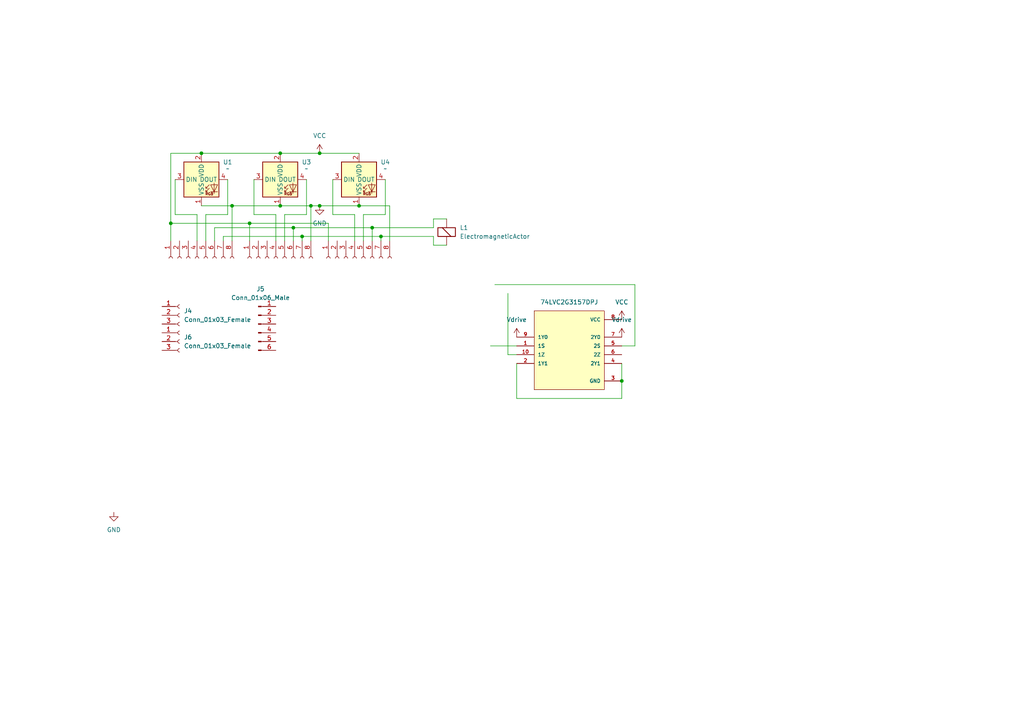
<source format=kicad_sch>
(kicad_sch (version 20231120) (generator "eeschema") (generator_version "8.0")
  (paper "A4")
  (lib_symbols
    (symbol "Connector:Conn_01x03_Female" (pin_names (offset 1.016) hide)
      (property "Reference" "J" (at 0 5.08 0))
      (property "Value" "Conn_01x03_Female" (at 0 -5.08 0))
      (symbol "Conn_01x03_Female_1_1"
        (arc (start 0 -2.032) (mid -0.5058 -2.54) (end 0 -3.048) (stroke (width 0.1524)))
        (polyline (pts (xy -1.27 -2.54) (xy -0.508 -2.54)) (stroke (width 0.1524)))
        (polyline (pts (xy -1.27 0) (xy -0.508 0)) (stroke (width 0.1524)))
        (polyline (pts (xy -1.27 2.54) (xy -0.508 2.54)) (stroke (width 0.1524)))
        (arc (start 0 0.508) (mid -0.5058 0) (end 0 -0.508) (stroke (width 0.1524)))
        (arc (start 0 3.048) (mid -0.5058 2.54) (end 0 2.032) (stroke (width 0.1524)))
        (pin passive line (at -5.08 2.54 0) (length 3.81) (name "Pin_1") (number "1"))
        (pin passive line (at -5.08 0 0) (length 3.81) (name "Pin_2") (number "2"))
        (pin passive line (at -5.08 -2.54 0) (length 3.81) (name "Pin_3") (number "3"))
      )
    )
    (symbol "Connector:Conn_01x06_Male" (pin_names (offset 1.016) hide)
      (property "Reference" "J" (at 0 7.62 0))
      (property "Value" "Conn_01x06_Male" (at 0 -10.16 0))
      (symbol "Conn_01x06_Male_1_1"
        (polyline (pts (xy 1.27 -7.62) (xy 0.8636 -7.62)) (stroke (width 0.1524)))
        (polyline (pts (xy 1.27 -5.08) (xy 0.8636 -5.08)) (stroke (width 0.1524)))
        (polyline (pts (xy 1.27 -2.54) (xy 0.8636 -2.54)) (stroke (width 0.1524)))
        (polyline (pts (xy 1.27 0) (xy 0.8636 0)) (stroke (width 0.1524)))
        (polyline (pts (xy 1.27 2.54) (xy 0.8636 2.54)) (stroke (width 0.1524)))
        (polyline (pts (xy 1.27 5.08) (xy 0.8636 5.08)) (stroke (width 0.1524)))
        (rectangle (start 0.8636 -7.493) (end 0 -7.747) (stroke (width 0.1524)) (fill (type outline)))
        (rectangle (start 0.8636 -4.953) (end 0 -5.207) (stroke (width 0.1524)) (fill (type outline)))
        (rectangle (start 0.8636 -2.413) (end 0 -2.667) (stroke (width 0.1524)) (fill (type outline)))
        (rectangle (start 0.8636 0.127) (end 0 -0.127) (stroke (width 0.1524)) (fill (type outline)))
        (rectangle (start 0.8636 2.667) (end 0 2.413) (stroke (width 0.1524)) (fill (type outline)))
        (rectangle (start 0.8636 5.207) (end 0 4.953) (stroke (width 0.1524)) (fill (type outline)))
        (pin passive line (at 5.08 5.08 180) (length 3.81) (name "Pin_1") (number "1"))
        (pin passive line (at 5.08 2.54 180) (length 3.81) (name "Pin_2") (number "2"))
        (pin passive line (at 5.08 0 180) (length 3.81) (name "Pin_3") (number "3"))
        (pin passive line (at 5.08 -2.54 180) (length 3.81) (name "Pin_4") (number "4"))
        (pin passive line (at 5.08 -5.08 180) (length 3.81) (name "Pin_5") (number "5"))
        (pin passive line (at 5.08 -7.62 180) (length 3.81) (name "Pin_6") (number "6"))
      )
    )
    (symbol "Connector:Conn_01x08_Female" (pin_names (offset 1.016) hide)
      (property "Reference" "J" (at 0 10.16 0))
      (property "Value" "Conn_01x08_Female" (at 0 -12.7 0))
      (symbol "Conn_01x08_Female_1_1"
        (arc (start 0 -9.652) (mid -0.5058 -10.16) (end 0 -10.668) (stroke (width 0.1524)))
        (arc (start 0 -7.112) (mid -0.5058 -7.62) (end 0 -8.128) (stroke (width 0.1524)))
        (arc (start 0 -4.572) (mid -0.5058 -5.08) (end 0 -5.588) (stroke (width 0.1524)))
        (arc (start 0 -2.032) (mid -0.5058 -2.54) (end 0 -3.048) (stroke (width 0.1524)))
        (polyline (pts (xy -1.27 -10.16) (xy -0.508 -10.16)) (stroke (width 0.1524)))
        (polyline (pts (xy -1.27 -7.62) (xy -0.508 -7.62)) (stroke (width 0.1524)))
        (polyline (pts (xy -1.27 -5.08) (xy -0.508 -5.08)) (stroke (width 0.1524)))
        (polyline (pts (xy -1.27 -2.54) (xy -0.508 -2.54)) (stroke (width 0.1524)))
        (polyline (pts (xy -1.27 0) (xy -0.508 0)) (stroke (width 0.1524)))
        (polyline (pts (xy -1.27 2.54) (xy -0.508 2.54)) (stroke (width 0.1524)))
        (polyline (pts (xy -1.27 5.08) (xy -0.508 5.08)) (stroke (width 0.1524)))
        (polyline (pts (xy -1.27 7.62) (xy -0.508 7.62)) (stroke (width 0.1524)))
        (arc (start 0 0.508) (mid -0.5058 0) (end 0 -0.508) (stroke (width 0.1524)))
        (arc (start 0 3.048) (mid -0.5058 2.54) (end 0 2.032) (stroke (width 0.1524)))
        (arc (start 0 5.588) (mid -0.5058 5.08) (end 0 4.572) (stroke (width 0.1524)))
        (arc (start 0 8.128) (mid -0.5058 7.62) (end 0 7.112) (stroke (width 0.1524)))
        (pin passive line (at -5.08 7.62 0) (length 3.81) (name "Pin_1") (number "1"))
        (pin passive line (at -5.08 5.08 0) (length 3.81) (name "Pin_2") (number "2"))
        (pin passive line (at -5.08 2.54 0) (length 3.81) (name "Pin_3") (number "3"))
        (pin passive line (at -5.08 0 0) (length 3.81) (name "Pin_4") (number "4"))
        (pin passive line (at -5.08 -2.54 0) (length 3.81) (name "Pin_5") (number "5"))
        (pin passive line (at -5.08 -5.08 0) (length 3.81) (name "Pin_6") (number "6"))
        (pin passive line (at -5.08 -7.62 0) (length 3.81) (name "Pin_7") (number "7"))
        (pin passive line (at -5.08 -10.16 0) (length 3.81) (name "Pin_8") (number "8"))
      )
    )
    (symbol "Device:ElectromagneticActor" (pin_numbers hide) (pin_names (offset 0.0254) hide)
      (property "Reference" "L" (at 1.27 3.81 0))
      (property "Value" "ElectromagneticActor" (at 1.27 -1.27 0))
      (symbol "ElectromagneticActor_0_1"
        (rectangle (start -2.54 2.54) (end 2.54 0) (stroke (width 0.254)))
        (polyline (pts (xy -1.27 2.54) (xy 1.27 0)) (stroke (width 0.254)))
      )
      (symbol "ElectromagneticActor_1_1"
        (pin passive line (at 0 5.08 270) (length 2.54) (name "-") (number "1"))
        (pin passive line (at 0 -2.54 90) (length 2.54) (name "+") (number "2"))
      )
    )
    (symbol "adhoc:74LVC2G3157DPJ" (pin_names (offset 1.016))
      (property "Reference" "U" (at -10.16 10.922 0))
      (property "Value" "74LVC2G3157DPJ" (at -10.16 -15.24 0))
      (symbol "74LVC2G3157DPJ_0_0"
        (rectangle (start -10.16 -12.7) (end 10.16 10.16) (stroke (width 0.1524)) (fill (type background)))
        (pin input line (at -15.24 0 0) (length 5.08) (name "1S") (number "1"))
        (pin bidirectional line (at -15.24 -2.54 0) (length 5.08) (name "1Z") (number "10"))
        (pin bidirectional line (at -15.24 -5.08 0) (length 5.08) (name "1Y1") (number "2"))
        (pin power_in line (at 15.24 -10.16 180) (length 5.08) (name "GND") (number "3"))
        (pin bidirectional line (at 15.24 -5.08 180) (length 5.08) (name "2Y1") (number "4"))
        (pin input line (at 15.24 0 180) (length 5.08) (name "2S") (number "5"))
        (pin bidirectional line (at 15.24 -2.54 180) (length 5.08) (name "2Z") (number "6"))
        (pin bidirectional line (at 15.24 2.54 180) (length 5.08) (name "2Y0") (number "7"))
        (pin power_in line (at 15.24 7.62 180) (length 5.08) (name "VCC") (number "8"))
        (pin bidirectional line (at -15.24 2.54 0) (length 5.08) (name "1Y0") (number "9"))
      )
    )
    (symbol "adhoc:B3DQ3BRG-05C000113U1930"
      (property "Reference" "U" (at 0 0 0))
      (symbol "B3DQ3BRG-05C000113U1930_0_0"
        (text "RGB" (at 2.286 -4.191 0) (effects (font (size 0.762 0.762))))
      )
      (symbol "B3DQ3BRG-05C000113U1930_0_1"
        (polyline (pts (xy 1.27 -3.556) (xy 1.778 -3.556)))
        (polyline (pts (xy 1.27 -2.54) (xy 1.778 -2.54)))
        (polyline (pts (xy 4.699 -3.556) (xy 2.667 -3.556)))
        (polyline (pts (xy 2.286 -2.54) (xy 1.27 -3.556) (xy 1.27 -3.048)))
        (polyline (pts (xy 2.286 -1.524) (xy 1.27 -2.54) (xy 1.27 -2.032)))
        (polyline (pts (xy 3.683 -1.016) (xy 3.683 -3.556) (xy 3.683 -4.064)))
        (polyline (pts (xy 4.699 -1.524) (xy 2.667 -1.524) (xy 3.683 -3.556) (xy 4.699 -1.524)))
        (rectangle (start 5.08 5.08) (end -5.08 -5.08) (stroke (width 0.254)) (fill (type background)))
      )
      (symbol "B3DQ3BRG-05C000113U1930_1_1"
        (pin power_in line (at 0 -7.62 90) (length 2.54) (name "VSS") (number "1"))
        (pin power_in line (at 0 7.62 270) (length 2.54) (name "VDD") (number "2"))
        (pin input line (at -7.62 0 0) (length 2.54) (name "DIN") (number "3"))
        (pin output line (at 7.62 0 180) (length 2.54) (name "DOUT") (number "4"))
      )
    )
    (symbol "power:GND" (power) (pin_names (offset 0))
      (property "Value" "GND" (at 0 -3.81 0))
      (symbol "GND_0_1"
        (polyline (pts (xy 0 0) (xy 0 -1.27) (xy 1.27 -1.27) (xy 0 -2.54) (xy -1.27 -1.27) (xy 0 -1.27)))
      )
      (symbol "GND_1_1"
        (pin power_in line (at 0 0 270) (length 0) hide (name "GND") (number "1"))
      )
    )
    (symbol "power:VCC" (power) (pin_names (offset 0))
      (property "Value" "VCC" (at 0 3.81 0))
      (symbol "VCC_0_1"
        (polyline (pts (xy -0.762 1.27) (xy 0 2.54)))
        (polyline (pts (xy 0 0) (xy 0 2.54)))
        (polyline (pts (xy 0 2.54) (xy 0.762 1.27)))
      )
      (symbol "VCC_1_1"
        (pin power_in line (at 0 0 90) (length 0) hide (name "VCC") (number "1"))
      )
    )
    (symbol "power:Vdrive" (power) (pin_names (offset 0))
      (property "Value" "Vdrive" (at 0 3.81 0))
      (symbol "Vdrive_0_1"
        (polyline (pts (xy -0.762 1.27) (xy 0 2.54)))
        (polyline (pts (xy 0 0) (xy 0 2.54)))
        (polyline (pts (xy 0 2.54) (xy 0.762 1.27)))
      )
      (symbol "Vdrive_1_1"
        (pin power_in line (at 0 0 90) (length 0) hide (name "Vdrive") (number "1"))
      )
    )
  )
  (junction (at 72.39 64.77))
  (junction (at 85.09 66.04))
  (junction (at 67.31 59.69))
  (junction (at 92.71 59.69))
  (junction (at 49.53 64.77))
  (junction (at 107.95 66.04))
  (junction (at 104.14 59.69))
  (junction (at 110.49 68.58))
  (junction (at 180.34 110.49))
  (junction (at 58.42 44.45))
  (junction (at 92.71 44.45))
  (junction (at 87.63 68.58))
  (junction (at 81.28 59.69))
  (junction (at 81.28 44.45))
  (junction (at 90.17 59.69))
  (wire (pts (xy 82.55 62.23) (xy 88.9 62.23)))
  (wire (pts (xy 180.34 105.41) (xy 180.34 110.49)))
  (wire (pts (xy 58.42 59.69) (xy 67.31 59.69)))
  (wire (pts (xy 80.01 69.85) (xy 80.01 62.23)))
  (wire (pts (xy 92.71 44.45) (xy 104.14 44.45)))
  (wire (pts (xy 85.09 66.04) (xy 85.09 69.85)))
  (wire (pts (xy 149.86 115.57) (xy 180.34 115.57)))
  (wire (pts (xy 96.52 62.23) (xy 96.52 52.07)))
  (wire (pts (xy 58.42 44.45) (xy 81.28 44.45)))
  (wire (pts (xy 129.54 71.12) (xy 125.73 71.12)))
  (wire (pts (xy 50.8 52.07) (xy 50.8 62.23)))
  (wire (pts (xy 88.9 62.23) (xy 88.9 52.07)))
  (wire (pts (xy 49.53 44.45) (xy 58.42 44.45)))
  (wire (pts (xy 111.76 52.07) (xy 111.76 62.23)))
  (wire (pts (xy 81.28 44.45) (xy 92.71 44.45)))
  (wire (pts (xy 147.32 102.87) (xy 147.32 85.09)))
  (wire (pts (xy 149.86 102.87) (xy 147.32 102.87)))
  (wire (pts (xy 95.25 64.77) (xy 95.25 69.85)))
  (wire (pts (xy 59.69 62.23) (xy 66.04 62.23)))
  (wire (pts (xy 49.53 64.77) (xy 72.39 64.77)))
  (wire (pts (xy 82.55 69.85) (xy 82.55 62.23)))
  (wire (pts (xy 180.34 110.49) (xy 180.34 115.57)))
  (wire (pts (xy 57.15 62.23) (xy 57.15 69.85)))
  (wire (pts (xy 72.39 64.77) (xy 72.39 69.85)))
  (wire (pts (xy 184.15 82.55) (xy 184.15 100.33)))
  (wire (pts (xy 49.53 44.45) (xy 49.53 64.77)))
  (wire (pts (xy 87.63 68.58) (xy 110.49 68.58)))
  (wire (pts (xy 62.23 66.04) (xy 85.09 66.04)))
  (wire (pts (xy 110.49 68.58) (xy 125.73 68.58)))
  (wire (pts (xy 67.31 59.69) (xy 81.28 59.69)))
  (wire (pts (xy 142.24 100.33) (xy 149.86 100.33)))
  (wire (pts (xy 102.87 69.85) (xy 102.87 62.23)))
  (wire (pts (xy 125.73 71.12) (xy 125.73 68.58)))
  (wire (pts (xy 105.41 62.23) (xy 105.41 69.85)))
  (wire (pts (xy 50.8 62.23) (xy 57.15 62.23)))
  (wire (pts (xy 87.63 68.58) (xy 87.63 69.85)))
  (wire (pts (xy 62.23 69.85) (xy 62.23 66.04)))
  (wire (pts (xy 184.15 100.33) (xy 180.34 100.33)))
  (wire (pts (xy 73.66 62.23) (xy 73.66 52.07)))
  (wire (pts (xy 67.31 59.69) (xy 67.31 69.85)))
  (wire (pts (xy 64.77 68.58) (xy 87.63 68.58)))
  (wire (pts (xy 104.14 59.69) (xy 113.03 59.69)))
  (wire (pts (xy 110.49 68.58) (xy 110.49 69.85)))
  (wire (pts (xy 85.09 66.04) (xy 107.95 66.04)))
  (wire (pts (xy 66.04 62.23) (xy 66.04 52.07)))
  (wire (pts (xy 59.69 69.85) (xy 59.69 62.23)))
  (wire (pts (xy 111.76 62.23) (xy 105.41 62.23)))
  (wire (pts (xy 72.39 64.77) (xy 95.25 64.77)))
  (wire (pts (xy 64.77 68.58) (xy 64.77 69.85)))
  (wire (pts (xy 90.17 59.69) (xy 92.71 59.69)))
  (wire (pts (xy 107.95 66.04) (xy 107.95 69.85)))
  (wire (pts (xy 125.73 63.5) (xy 129.54 63.5)))
  (wire (pts (xy 90.17 59.69) (xy 90.17 69.85)))
  (wire (pts (xy 107.95 66.04) (xy 125.73 66.04)))
  (wire (pts (xy 80.01 62.23) (xy 73.66 62.23)))
  (wire (pts (xy 92.71 59.69) (xy 104.14 59.69)))
  (wire (pts (xy 143.51 82.55) (xy 184.15 82.55)))
  (wire (pts (xy 149.86 105.41) (xy 149.86 115.57)))
  (wire (pts (xy 49.53 64.77) (xy 49.53 69.85)))
  (wire (pts (xy 81.28 59.69) (xy 90.17 59.69)))
  (wire (pts (xy 102.87 62.23) (xy 96.52 62.23)))
  (wire (pts (xy 113.03 69.85) (xy 113.03 59.69)))
  (wire (pts (xy 125.73 66.04) (xy 125.73 63.5)))
  (symbol (lib_id "Connector:Conn_01x03_Female") (at 52.07 99.06 0) (unit 1)
    (property "Reference" "J6" (at 53.34 97.7899 0) (effects (justify left)))
    (property "Value" "Conn_01x03_Female" (at 53.34 100.3299 0) (effects (justify left)))
    (property "Description" "Generic connector, single row, 01x03, script generated (kicad-library-utils/schlib/autogen/connector/)" (effects (hide yes)))
  )
  (symbol (lib_id "power:Vdrive") (at 180.34 97.79 0) (unit 1)
    (property "Reference" "#PWR05" (effects (hide yes)))
    (property "Value" "Vdrive" (at 180.34 92.71 0))
    (property "Description" "Power symbol creates a global label with name \"Vdrive\"" (effects (hide yes)))
  )
  (symbol (lib_id "power:VCC") (at 180.34 92.71 0) (unit 1)
    (property "Reference" "#PWR06" (effects (hide yes)))
    (property "Value" "VCC" (at 180.34 87.63 0))
    (property "Description" "Power symbol creates a global label with name \"VCC\"" (effects (hide yes)))
  )
  (symbol (lib_id "Connector:Conn_01x08_Female") (at 57.15 74.93 90) (mirror x) (unit 1)
    (property "Reference" "J2" (effects (hide yes)))
    (property "Footprint" "adhoc:Stacker-8pos-mate" (effects (hide yes)))
    (property "Description" "Generic connector, single row, 01x08, script generated (kicad-library-utils/schlib/autogen/connector/)" (effects (hide yes)))
  )
  (symbol (lib_id "Connector:Conn_01x08_Female") (at 102.87 74.93 90) (mirror x) (unit 1)
    (property "Reference" "J3" (effects (hide yes)))
    (property "Footprint" "adhoc:Stacker-8pos-mate" (effects (hide yes)))
    (property "Description" "Generic connector, single row, 01x08, script generated (kicad-library-utils/schlib/autogen/connector/)" (effects (hide yes)))
  )
  (symbol (lib_id "adhoc:B3DQ3BRG-05C000113U1930") (at 81.28 52.07 0) (unit 1)
    (property "Reference" "U3" (at 88.9 47.0214 0))
    (property "Value" "~" (at 88.9 48.9265 0))
    (property "Footprint" "adhoc:B3DQ3BRG-05C000113U1930_Flip" (effects (hide yes)))
  )
  (symbol (lib_id "Connector:Conn_01x03_Female") (at 52.07 91.44 0) (unit 1)
    (property "Reference" "J4" (at 53.34 90.1699 0) (effects (justify left)))
    (property "Value" "Conn_01x03_Female" (at 53.34 92.7099 0) (effects (justify left)))
    (property "Description" "Generic connector, single row, 01x03, script generated (kicad-library-utils/schlib/autogen/connector/)" (effects (hide yes)))
  )
  (symbol (lib_id "power:GND") (at 33.02 148.59 0) (unit 1)
    (property "Reference" "#PWR01" (effects (hide yes)))
    (property "Value" "GND" (at 33.02 153.67 0))
    (property "Description" "Power symbol creates a global label with name \"GND\" , ground" (effects (hide yes)))
  )
  (symbol (lib_id "power:Vdrive") (at 149.86 97.79 0) (unit 1)
    (property "Reference" "#PWR04" (effects (hide yes)))
    (property "Value" "Vdrive" (at 149.86 92.71 0))
    (property "Description" "Power symbol creates a global label with name \"Vdrive\"" (effects (hide yes)))
  )
  (symbol (lib_id "power:VCC") (at 92.71 44.45 0) (unit 1)
    (property "Reference" "#PWR03" (effects (hide yes)))
    (property "Value" "VCC" (at 92.71 39.37 0))
    (property "Description" "Power symbol creates a global label with name \"VCC\"" (effects (hide yes)))
  )
  (symbol (lib_id "Connector:Conn_01x06_Male") (at 74.93 93.98 0) (unit 1)
    (property "Reference" "J5" (at 75.565 83.82 0))
    (property "Value" "Conn_01x06_Male" (at 75.565 86.36 0))
    (property "Description" "Generic connector, single row, 01x06, script generated (kicad-library-utils/schlib/autogen/connector/)" (effects (hide yes)))
  )
  (symbol (lib_id "adhoc:74LVC2G3157DPJ") (at 165.1 100.33 0) (unit 1)
    (property "Reference" "U2" (effects (hide yes)))
    (property "Value" "74LVC2G3157DPJ" (at 165.1 87.63 0))
    (property "Footprint" "adhoc:SOP50P490X110-10N" (effects (hide yes)))
    (property "PARTREV" "2" (effects (hide yes)))
    (property "STANDARD" "IPC-7351B" (effects (hide yes)))
    (property "MANUFACTURER" "Nexperia" (effects (hide yes)))
  )
  (symbol (lib_id "adhoc:B3DQ3BRG-05C000113U1930") (at 58.42 52.07 0) (unit 1)
    (property "Reference" "U1" (at 66.04 47.0214 0))
    (property "Value" "~" (at 66.04 48.9265 0))
    (property "Footprint" "adhoc:B3DQ3BRG-05C000113U1930_Flip" (effects (hide yes)))
  )
  (symbol (lib_id "power:GND") (at 92.71 59.69 0) (unit 1)
    (property "Reference" "#PWR02" (effects (hide yes)))
    (property "Value" "GND" (at 92.71 64.77 0))
    (property "Description" "Power symbol creates a global label with name \"GND\" , ground" (effects (hide yes)))
  )
  (symbol (lib_id "adhoc:B3DQ3BRG-05C000113U1930") (at 104.14 52.07 0) (unit 1)
    (property "Reference" "U4" (at 111.76 47.0214 0))
    (property "Value" "~" (at 111.76 48.9265 0))
    (property "Footprint" "adhoc:B3DQ3BRG-05C000113U1930_Flip" (effects (hide yes)))
  )
  (symbol (lib_id "Connector:Conn_01x08_Female") (at 80.01 74.93 90) (mirror x) (unit 1)
    (property "Reference" "J1" (effects (hide yes)))
    (property "Footprint" "adhoc:Stacker-8pos-mate" (effects (hide yes)))
    (property "Description" "Generic connector, single row, 01x08, script generated (kicad-library-utils/schlib/autogen/connector/)" (effects (hide yes)))
  )
  (symbol (lib_id "Device:ElectromagneticActor") (at 129.54 66.04 180) (unit 1)
    (property "Reference" "L1" (at 133.35 66.0399 0) (effects (justify right)))
    (property "Value" "ElectromagneticActor" (at 133.35 68.5799 0) (effects (justify right)))
    (property "Footprint" "adhoc:Coil_2Side_20mm" (effects (hide yes)))
    (property "Description" "Electromagnetic actor" (effects (hide yes)))
  )
)
</source>
